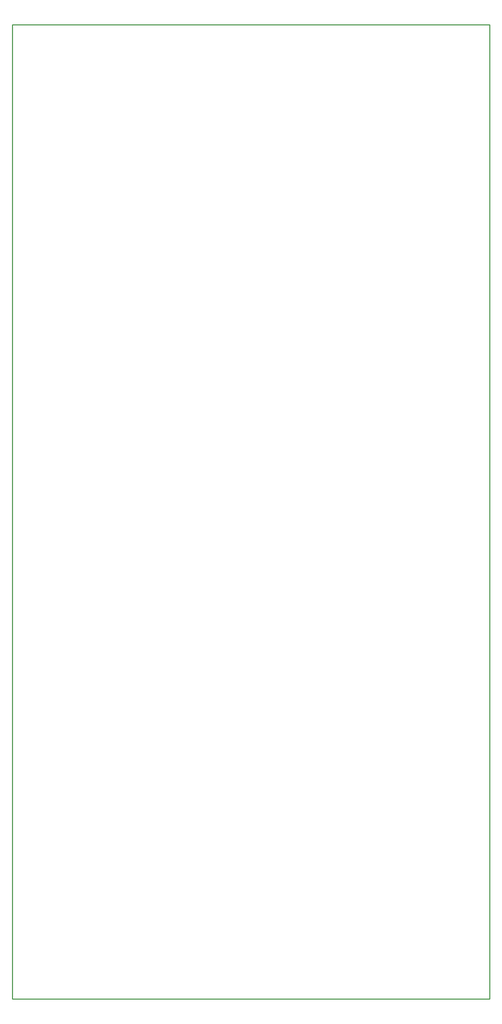
<source format=gbr>
%FSTAX23Y23*%
%MOIN*%
%SFA1B1*%

%IPPOS*%
%ADD57C,0.010000*%
%LNmain_keep-out-1*%
%LPD*%
G54D57*
X00984Y00196D02*
X05748D01*
Y09921*
X00984D02*
X05748D01*
X00984D02*
Y00196D01*
M02*
</source>
